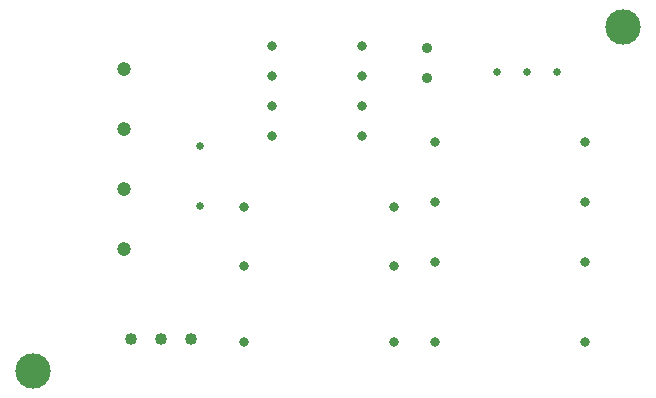
<source format=gbr>
G04 DesignSpark PCB Gerber Version 11.0 Build 5877*
%FSLAX35Y35*%
%MOIN*%
%ADD25C,0.02500*%
%ADD23C,0.03150*%
%ADD22C,0.03200*%
%ADD26C,0.03500*%
%ADD27C,0.04000*%
%ADD24C,0.04700*%
%ADD21C,0.11811*%
X0Y0D02*
D02*
D21*
X25447Y23085D03*
X221904Y137652D03*
D02*
D22*
X105014Y101431D03*
Y111431D03*
Y121431D03*
Y131431D03*
X135014Y101431D03*
Y111431D03*
Y121431D03*
Y131431D03*
D02*
D23*
X95526Y32533D03*
X95644Y58163D03*
Y77848D03*
X145526Y32533D03*
X145644Y58163D03*
Y77848D03*
X159305Y32533D03*
X159384Y79344D03*
Y99344D03*
X159423Y59344D03*
X209305Y32533D03*
X209384Y79344D03*
Y99344D03*
X209423Y59344D03*
D02*
D24*
X55506Y63596D03*
Y83596D03*
Y103596D03*
Y123596D03*
D02*
D25*
X80959Y78045D03*
Y98045D03*
X180014Y122691D03*
X190014D03*
X200014D03*
D02*
D26*
X156549Y120722D03*
Y130722D03*
D02*
D27*
X57967Y33557D03*
X67967D03*
X77967D03*
X0Y0D02*
M02*

</source>
